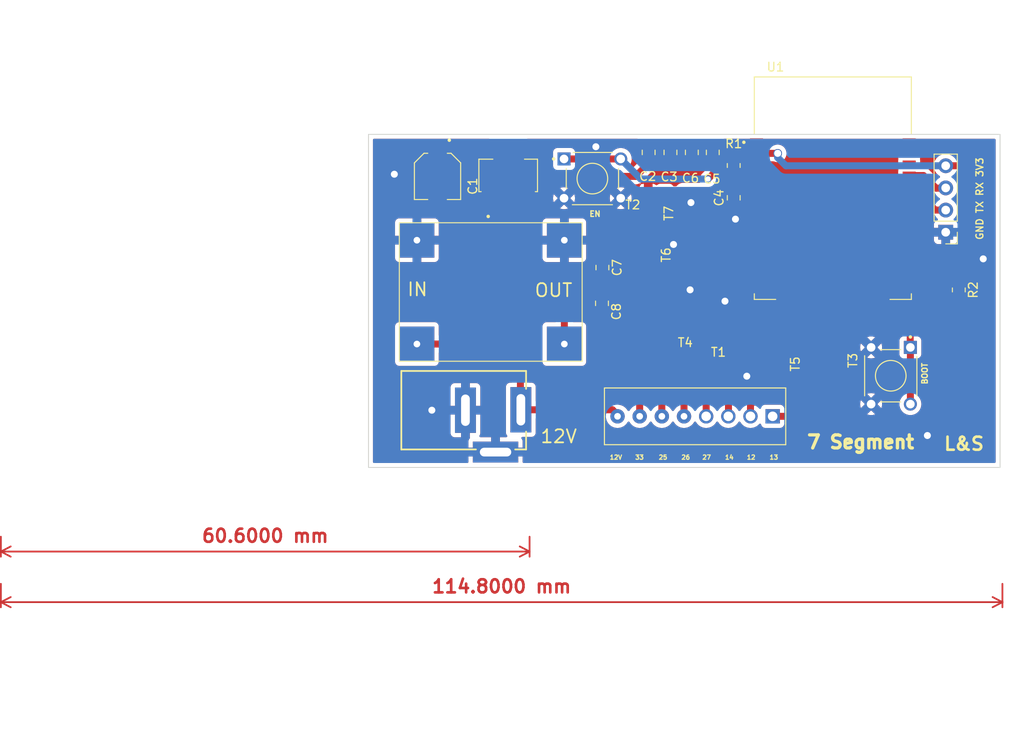
<source format=kicad_pcb>
(kicad_pcb (version 20211014) (generator pcbnew)
  (layers (0 "F.Cu" signal) (31 "B.Cu" signal) (34 "B.Paste" user) (35 "F.Paste" user) (36 "B.SilkS" user "B.Silkscreen") (37 "F.SilkS" user "F.Silkscreen") (38 "B.Mask" user) (39 "F.Mask" user) (44 "Edge.Cuts" user))
  (net 0 "")
  (net 1 "+3V3")
  (net 2 "GND")
  (net 3 "Net-(J3-Pad1)")
  (net 4 "Net-(J3-Pad2)")
  (net 5 "Net-(J3-Pad4)")
  (net 6 "Net-(J3-Pad5)")
  (net 7 "Net-(J3-Pad6)")
  (net 8 "Net-(J3-Pad7)")
  (net 9 "Net-(C7-Pad2)")
  (net 10 "Net-(J1-Pad2)")
  (net 11 "Net-(J1-Pad3)")
  (net 12 "Net-(J3-Pad3)")
  (net 13 "Net-(T1-Pad1)")
  (net 14 "Net-(T2-Pad1)")
  (net 15 "Net-(T3-Pad1)")
  (net 39 "Net-(T4-Pad1)")
  (net 40 "Net-(T5-Pad1)")
  (net 41 "Net-(T6-Pad1)")
  (net 42 "Net-(T7-Pad1)")
  (net 43 "Net-(C4-Pad2)")
  (net 44 "12V")
  (net 45 "Net-(R2-Pad2)")
  (footprint "libraries:SOT23" (layer "F.Cu") (at 150.4 108.8 -90)
    (fp_text reference "T5" (at 1.5 -2.65 90) (layer "F.SilkS") (effects (font (size 1.001118 1.001118))))
    (fp_text value "NTR4503")
    (pad "1" smd rect locked (at -0.95 1.1 270) (size 1 1.4) (layers "F.Cu" "F.Paste" "F.Mask") (net 40 "Net-(T5-Pad1)"))
    (pad "2" smd rect locked (at 0.95 1.1 270) (size 1 1.4) (layers "F.Cu" "F.Paste" "F.Mask") (net 2 "GND"))
    (pad "3" smd rect locked (at 0 -1.1 270) (size 1 1.4) (layers "F.Cu" "F.Paste" "F.Mask") (net 4 "Net-(J3-Pad2)"))
  )
  (footprint "Capacitor_SMD:C_0805_2012Metric" (layer "F.Cu") (at 141.2 86.05 90)
    (fp_text reference "C6" (at -2.95 -0.15 180) (layer "F.SilkS"))
    (fp_text value "4.7u")
    (fp_line (start -0.261252 -0.735) (end 0.261252 -0.735) (layer "F.SilkS") (width 0.12))
    (fp_line (start -0.261252 0.735) (end 0.261252 0.735) (layer "F.SilkS") (width 0.12))
    (pad "1" smd roundrect (at -0.95 0 90) (size 1 1.45) (layers "F.Cu" "F.Paste" "F.Mask") (net 1 "+3V3"))
    (pad "2" smd roundrect (at 0.95 0 90) (size 1 1.45) (layers "F.Cu" "F.Paste" "F.Mask") (net 2 "GND"))
  )
  (footprint "libraries:TE_1546215-8" (layer "F.Cu") (at 141.6 116.3 180)
    (fp_text reference "J3")
    (fp_text value "R pinnen RGB strips")
    (fp_line (start -10.362 -3.25) (end 10.418 -3.25) (layer "F.SilkS") (width 0.127))
    (fp_line (start -10.362 3.25) (end -10.362 -3.25) (layer "F.SilkS") (width 0.127))
    (fp_line (start 10.418 -3.25) (end 10.418 3.25) (layer "F.SilkS") (width 0.127))
    (fp_line (start 10.418 3.25) (end -10.362 3.25) (layer "F.SilkS") (width 0.127))
    (pad "1" thru_hole rect (at -8.862 0 180) (size 1.65 1.65) (drill 1.1) (layers *.Cu *.Mask) (net 3 "Net-(J3-Pad1)"))
    (pad "2" thru_hole circle (at -6.322 0 180) (size 1.65 1.65) (drill 1.1) (layers *.Cu *.Mask) (net 4 "Net-(J3-Pad2)"))
    (pad "3" thru_hole circle (at -3.782 0 180) (size 1.65 1.65) (drill 1.1) (layers *.Cu *.Mask) (net 12 "Net-(J3-Pad3)"))
    (pad "4" thru_hole circle (at -1.242 0 180) (size 1.65 1.65) (drill 1.1) (layers *.Cu *.Mask) (net 5 "Net-(J3-Pad4)"))
    (pad "5" thru_hole circle (at 1.298 0 180) (size 1.65 1.65) (drill 0.762) (layers *.Cu *.Mask) (net 6 "Net-(J3-Pad5)"))
    (pad "6" thru_hole circle (at 3.838 0 180) (size 1.65 1.65) (drill 0.762) (layers *.Cu *.Mask) (net 7 "Net-(J3-Pad6)"))
    (pad "7" thru_hole circle (at 6.378 0 180) (size 1.65 1.65) (drill 0.762) (layers *.Cu *.Mask) (net 8 "Net-(J3-Pad7)"))
    (pad "8" thru_hole circle (at 8.918 0 180) (size 1.65 1.65) (drill 0.762) (layers *.Cu *.Mask) (net 44 "12V"))
  )
  (footprint "Capacitor_SMD:C_0805_2012Metric" (layer "F.Cu") (at 136.25 86.05 90)
    (fp_text reference "C2" (at -2.75 -0.1 180) (layer "F.SilkS"))
    (fp_text value "22u")
    (fp_line (start -0.261252 -0.735) (end 0.261252 -0.735) (layer "F.SilkS") (width 0.12))
    (fp_line (start -0.261252 0.735) (end 0.261252 0.735) (layer "F.SilkS") (width 0.12))
    (pad "1" smd roundrect (at -0.95 0 90) (size 1 1.45) (layers "F.Cu" "F.Paste" "F.Mask") (net 1 "+3V3"))
    (pad "2" smd roundrect (at 0.95 0 90) (size 1 1.45) (layers "F.Cu" "F.Paste" "F.Mask") (net 2 "GND"))
  )
  (footprint "Capacitor_SMD:C_0805_2012Metric" (layer "F.Cu") (at 130.9 103.35 -90)
    (fp_text reference "C8" (at 0.95 -1.65 90) (layer "F.SilkS"))
    (fp_text value "4.7u")
    (fp_line (start -0.261252 -0.735) (end 0.261252 -0.735) (layer "F.SilkS") (width 0.12))
    (fp_line (start -0.261252 0.735) (end 0.261252 0.735) (layer "F.SilkS") (width 0.12))
    (pad "1" smd roundrect (at -0.95 0 270) (size 1 1.45) (layers "F.Cu" "F.Paste" "F.Mask") (net 9 "Net-(C7-Pad2)"))
    (pad "2" smd roundrect (at 0.95 0 270) (size 1 1.45) (layers "F.Cu" "F.Paste" "F.Mask") (net 2 "GND"))
  )
  (footprint "Connector_PinHeader_2.54mm:PinHeader_1x04_P2.54mm_Vertical" (layer "F.Cu") (at 170.3 95.2 180)
    (fp_text reference "J1")
    (fp_text value "Conn_01x04_Female")
    (fp_line (start -1.33 8.95) (end 1.33 8.95) (layer "F.SilkS") (width 0.12))
    (fp_line (start -1.33 1.27) (end -1.33 8.95) (layer "F.SilkS") (width 0.12))
    (fp_line (start -1.33 1.27) (end 1.33 1.27) (layer "F.SilkS") (width 0.12))
    (fp_line (start 1.33 1.27) (end 1.33 8.95) (layer "F.SilkS") (width 0.12))
    (fp_line (start -1.33 0) (end -1.33 -1.33) (layer "F.SilkS") (width 0.12))
    (fp_line (start -1.33 -1.33) (end 0 -1.33) (layer "F.SilkS") (width 0.12))
    (pad "1" thru_hole rect (at 0 0 180) (size 1.7 1.7) (drill 1) (layers *.Cu *.Mask) (net 2 "GND"))
    (pad "2" thru_hole oval (at 0 2.54 180) (size 1.7 1.7) (drill 1) (layers *.Cu *.Mask) (net 10 "Net-(J1-Pad2)"))
    (pad "3" thru_hole oval (at 0 5.08 180) (size 1.7 1.7) (drill 1) (layers *.Cu *.Mask) (net 11 "Net-(J1-Pad3)"))
    (pad "4" thru_hole oval (at 0 7.62 180) (size 1.7 1.7) (drill 1) (layers *.Cu *.Mask) (net 1 "+3V3"))
  )
  (footprint "libraries:SOT23" (layer "F.Cu") (at 141.9 105.4 180)
    (fp_text reference "T4" (at 1.45 -2.45) (layer "F.SilkS") (effects (font (size 1.001118 1.001118))))
    (fp_text value "NTR4503")
    (pad "1" smd rect locked (at -0.95 1.1 180) (size 1 1.4) (layers "F.Cu" "F.Paste" "F.Mask") (net 39 "Net-(T4-Pad1)"))
    (pad "2" smd rect locked (at 0.95 1.1 180) (size 1 1.4) (layers "F.Cu" "F.Paste" "F.Mask") (net 2 "GND"))
    (pad "3" smd rect locked (at 0 -1.1 180) (size 1 1.4) (layers "F.Cu" "F.Paste" "F.Mask") (net 5 "Net-(J3-Pad4)"))
  )
  (footprint "libraries:SOT23" (layer "F.Cu") (at 137.15 91.95 180)
    (fp_text reference "T2" (at 2.718 -0.1104) (layer "F.SilkS") (effects (font (size 1.001118 1.001118))))
    (fp_text value "NTR4503")
    (pad "1" smd rect locked (at -0.95 1.1 180) (size 1 1.4) (layers "F.Cu" "F.Paste" "F.Mask") (net 14 "Net-(T2-Pad1)"))
    (pad "2" smd rect locked (at 0.95 1.1 180) (size 1 1.4) (layers "F.Cu" "F.Paste" "F.Mask") (net 2 "GND"))
    (pad "3" smd rect locked (at 0 -1.1 180) (size 1 1.4) (layers "F.Cu" "F.Paste" "F.Mask") (net 8 "Net-(J3-Pad7)"))
  )
  (footprint "libraries:Buck Converter" (layer "F.Cu") (at 118.0865 102.1135 180)
    (fp_text reference "PS1")
    (fp_text value "ITX0512SA")
    (fp_rect (start -10.541 -7.874) (end 10.414 8.001) (layer "F.SilkS") (width 0.12) (fill none))
    (pad "1a" thru_hole rect (at 8.4 -5.9 180) (size 4 4) (drill 0.762) (layers *.Cu *.Mask) (net 44 "12V"))
    (pad "2a" thru_hole rect (at 8.4 6 180) (size 4 4) (drill 0.762) (layers *.Cu *.Mask) (net 2 "GND"))
    (pad "3a" thru_hole rect (at -8.5 -5.9 180) (size 4 4) (drill 0.762) (layers *.Cu *.Mask) (net 9 "Net-(C7-Pad2)"))
    (pad "4a" thru_hole rect (at -8.5 6 180) (size 4 4) (drill 0.762) (layers *.Cu *.Mask) (net 2 "GND"))
  )
  (footprint "libraries:SOT23" (layer "F.Cu") (at 156.9 108 -90)
    (fp_text reference "T3" (at 1.9 -2.75 -270) (layer "F.SilkS") (effects (font (size 1.001118 1.001118))))
    (fp_text value "NTR4503")
    (pad "1" smd rect locked (at -0.95 1.1 270) (size 1 1.4) (layers "F.Cu" "F.Paste" "F.Mask") (net 15 "Net-(T3-Pad1)"))
    (pad "2" smd rect locked (at 0.95 1.1 270) (size 1 1.4) (layers "F.Cu" "F.Paste" "F.Mask") (net 2 "GND"))
    (pad "3" smd rect locked (at 0 -1.1 270) (size 1 1.4) (layers "F.Cu" "F.Paste" "F.Mask") (net 3 "Net-(J3-Pad1)"))
  )
  (footprint "libraries:CAP_EEE0JA101WR" (layer "F.Cu") (at 112.05 88.8 -90)
    (fp_text reference "C1" (at 1.125 -4.035 90) (layer "F.SilkS"))
    (fp_text value "220u")
    (fp_line (start -2.65 1.55) (end -1.55 2.65) (layer "F.SilkS") (width 0.127))
    (fp_line (start -1.55 2.65) (end 2.65 2.65) (layer "F.SilkS") (width 0.127))
    (fp_line (start 2.65 2.65) (end 2.65 1.12) (layer "F.SilkS") (width 0.127))
    (fp_line (start 2.65 -2.65) (end -1.55 -2.65) (layer "F.SilkS") (width 0.127))
    (fp_line (start -2.65 1.12) (end -2.65 1.55) (layer "F.SilkS") (width 0.127))
    (fp_line (start -1.55 -2.65) (end -2.65 -1.55) (layer "F.SilkS") (width 0.127))
    (fp_line (start -2.65 -1.55) (end -2.65 -1.12) (layer "F.SilkS") (width 0.127))
    (fp_line (start 2.65 -1.12) (end 2.65 -2.65) (layer "F.SilkS") (width 0.127))
    (fp_circle (center -4.15 -1.35) (end -4.05 -1.35) (layer "F.SilkS") (width 0.2) (fill none))
    (pad "1" smd rect locked (at -2.15 0 270) (size 2.8 1.6) (layers "F.Cu" "F.Paste" "F.Mask") (net 1 "+3V3"))
    (pad "2" smd rect locked (at 2.15 0 270) (size 2.8 1.6) (layers "F.Cu" "F.Paste" "F.Mask") (net 2 "GND"))
  )
  (footprint "Resistor_SMD:R_0805_2012Metric" (layer "F.Cu") (at 146 87.55 -90)
    (fp_text reference "R1" (at -2.5 0 180) (layer "F.SilkS"))
    (fp_text value "10k")
    (fp_line (start -0.227064 -0.735) (end 0.227064 -0.735) (layer "F.SilkS") (width 0.12))
    (fp_line (start -0.227064 0.735) (end 0.227064 0.735) (layer "F.SilkS") (width 0.12))
    (pad "1" smd roundrect (at -0.9125 0 270) (size 1.025 1.4) (layers "F.Cu" "F.Paste" "F.Mask") (roundrect_rratio 0.243902439) (net 1 "+3V3"))
    (pad "2" smd roundrect (at 0.9125 0 270) (size 1.025 1.4) (layers "F.Cu" "F.Paste" "F.Mask") (roundrect_rratio 0.243902439) (net 43 "Net-(C4-Pad2)"))
  )
  (footprint "libraries:SOT23" (layer "F.Cu") (at 145.8 106.5 180)
    (fp_text reference "T1" (at 1.55 -2.45) (layer "F.SilkS") (effects (font (size 1.001118 1.001118))))
    (fp_text value "NTR4503")
    (pad "1" smd rect locked (at -0.95 1.1 180) (size 1 1.4) (layers "F.Cu" "F.Paste" "F.Mask") (net 13 "Net-(T1-Pad1)"))
    (pad "2" smd rect locked (at 0.95 1.1 180) (size 1 1.4) (layers "F.Cu" "F.Paste" "F.Mask") (net 2 "GND"))
    (pad "3" smd rect locked (at 0 -1.1 180) (size 1 1.4) (layers "F.Cu" "F.Paste" "F.Mask") (net 12 "Net-(J3-Pad3)"))
  )
  (footprint "Capacitor_SMD:C_0805_2012Metric" (layer "F.Cu") (at 130.95 99.25 -90)
    (fp_text reference "C7" (at 0 -1.68 90) (layer "F.SilkS"))
    (fp_text value "0.1u")
    (fp_line (start -0.261252 -0.735) (end 0.261252 -0.735) (layer "F.SilkS") (width 0.12))
    (fp_line (start -0.261252 0.735) (end 0.261252 0.735) (layer "F.SilkS") (width 0.12))
    (pad "1" smd roundrect (at -0.95 0 270) (size 1 1.45) (layers "F.Cu" "F.Paste" "F.Mask") (net 2 "GND"))
    (pad "2" smd roundrect (at 0.95 0 270) (size 1 1.45) (layers "F.Cu" "F.Paste" "F.Mask") (net 9 "Net-(C7-Pad2)"))
  )
  (footprint "libraries:SOT229P700X180-4N" (layer "F.Cu") (at 120.15 88.686 90)
    (fp_text reference "U2")
    (fp_text value "AMS1117")
    (fp_line (start -1.86 -3.36) (end -1.86 -3.1) (layer "F.SilkS") (width 0.127))
    (fp_line (start -1.86 3.36) (end 1.86 3.36) (layer "F.SilkS") (width 0.127))
    (fp_line (start 1.86 -1.76) (end 1.86 -3.36) (layer "F.SilkS") (width 0.127))
    (fp_line (start -1.86 -3.36) (end 1.86 -3.36) (layer "F.SilkS") (width 0.127))
    (fp_line (start -1.86 3.11) (end -1.86 3.36) (layer "F.SilkS") (width 0.127))
    (fp_line (start 1.86 3.36) (end 1.86 1.87) (layer "F.SilkS") (width 0.127))
    (fp_circle (center -4.703 -2.29) (end -4.603 -2.29) (layer "F.SilkS") (width 0.2) (fill none))
    (pad "1" smd roundrect locked (at -3.345 -2.29) (size 0.93 1.31) (layers "F.Cu" "F.Paste" "F.Mask") (roundrect_rratio 0.1) (net 2 "GND"))
    (pad "2" smd roundrect locked (at -3.345 0) (size 0.93 1.31) (layers "F.Cu" "F.Paste" "F.Mask") (roundrect_rratio 0.1) (net 1 "+3V3"))
    (pad "3" smd roundrect locked (at -3.345 2.29) (size 0.93 1.31) (layers "F.Cu" "F.Paste" "F.Mask") (roundrect_rratio 0.1) (net 9 "Net-(C7-Pad2)"))
    (pad "4" smd roundrect locked (at 3.345 0) (size 3.24 1.31) (layers "F.Cu" "F.Paste" "F.Mask") (roundrect_rratio 0.1) (net 1 "+3V3"))
  )
  (footprint "libraries:SOT23" (layer "F.Cu") (at 141.1 94.3 90)
    (fp_text reference "T7" (at 1.27142 -2.54284 90) (layer "F.SilkS") (effects (font (size 1.001118 1.001118))))
    (fp_text value "NTR4503")
    (pad "1" smd rect locked (at -0.95 1.1 90) (size 1 1.4) (layers "F.Cu" "F.Paste" "F.Mask") (net 42 "Net-(T7-Pad1)"))
    (pad "2" smd rect locked (at 0.95 1.1 90) (size 1 1.4) (layers "F.Cu" "F.Paste" "F.Mask") (net 2 "GND"))
    (pad "3" smd rect locked (at 0 -1.1 90) (size 1 1.4) (layers "F.Cu" "F.Paste" "F.Mask") (net 7 "Net-(J3-Pad6)"))
  )
  (footprint "Resistor_SMD:R_0805_2012Metric" (layer "F.Cu") (at 171.8 101.8125 -90)
    (fp_text reference "R2" (at 0 -1.65 90) (layer "F.SilkS"))
    (fp_text value "10k")
    (fp_line (start -0.227064 -0.735) (end 0.227064 -0.735) (layer "F.SilkS") (width 0.12))
    (fp_line (start -0.227064 0.735) (end 0.227064 0.735) (layer "F.SilkS") (width 0.12))
    (pad "1" smd roundrect (at -0.9125 0 270) (size 1.025 1.4) (layers "F.Cu" "F.Paste" "F.Mask") (roundrect_rratio 0.243902439) (net 1 "+3V3"))
    (pad "2" smd roundrect (at 0.9125 0 270) (size 1.025 1.4) (layers "F.Cu" "F.Paste" "F.Mask") (roundrect_rratio 0.243902439) (net 45 "Net-(R2-Pad2)"))
  )
  (footprint "Capacitor_SMD:C_0805_2012Metric" (layer "F.Cu") (at 146 91.25 90)
    (fp_text reference "C4" (at 0 -1.68 90) (layer "F.SilkS"))
    (fp_text value "1u")
    (fp_line (start -0.261252 -0.735) (end 0.261252 -0.735) (layer "F.SilkS") (width 0.12))
    (fp_line (start -0.261252 0.735) (end 0.261252 0.735) (layer "F.SilkS") (width 0.12))
    (pad "1" smd roundrect (at -0.95 0 90) (size 1 1.45) (layers "F.Cu" "F.Paste" "F.Mask") (net 2 "GND"))
    (pad "2" smd roundrect (at 0.95 0 90) (size 1 1.45) (layers "F.Cu" "F.Paste" "F.Mask") (net 43 "Net-(C4-Pad2)"))
  )
  (footprint "libraries:GCT_DCJ200-10-A-XX-X_REVA" (layer "F.Cu") (at 115.05 115.6 -90)
    (fp_text reference "J2")
    (fp_text value "DCJ200-10-A-XX-X_REVA")
    (fp_line (start -4.5 7.15) (end 4.5 7.15) (layer "F.SilkS") (width 0.2))
    (fp_line (start -4.5 -7.15) (end -4.5 7.15) (layer "F.SilkS") (width 0.2))
    (fp_line (start 4.5 -7.15) (end 4.5 -5.9) (layer "F.SilkS") (width 0.2))
    (fp_line (start 4.5 7.15) (end 4.5 -1.4) (layer "F.SilkS") (width 0.2))
    (fp_line (start 2.45 -7.15) (end 4.5 -7.15) (layer "F.SilkS") (width 0.2))
    (fp_line (start -2.45 -7.15) (end -4.5 -7.15) (layer "F.SilkS") (width 0.2))
    (pad "1" thru_hole rect (at -0.05 -6.55 270) (size 5.2 2.4) (drill oval 3.6 1) (layers *.Cu *.Mask) (net 44 "12V"))
    (pad "2" thru_hole rect (at 0 -0.2 270) (size 5.2 2.4) (drill oval 3.6 1) (layers *.Cu *.Mask) (net 2 "GND"))
    (pad "3" thru_hole rect (at 4.8 -3.65) (size 5.2 2.4) (drill oval 3.6 1) (layers *.Cu *.Mask) (net 2 "GND"))
  )
  (footprint "Capacitor_SMD:C_0805_2012Metric" (layer "F.Cu") (at 138.75 86.05 90)
    (fp_text reference "C3" (at -2.8 -0.15 180) (layer "F.SilkS"))
    (fp_text value "0.1u")
    (fp_line (start -0.261252 0.735) (end 0.261252 0.735) (layer "F.SilkS") (width 0.12))
    (fp_line (start -0.261252 -0.735) (end 0.261252 -0.735) (layer "F.SilkS") (width 0.12))
    (pad "1" smd roundrect (at -0.95 0 90) (size 1 1.45) (layers "F.Cu" "F.Paste" "F.Mask") (net 1 "+3V3"))
    (pad "2" smd roundrect (at 0.95 0 90) (size 1 1.45) (layers "F.Cu" "F.Paste" "F.Mask") (net 2 "GND"))
  )
  (footprint "libraries:SW_1825910-6-4" (layer "F.Cu") (at 164 111.65 -90)
    (fp_text reference "BOOT" (at -0.25 -3.9 90) (layer "F.SilkS") (effects (font (size 0.630643 0.630643))))
    (fp_text value "BOOT")
    (fp_line (start 2.3 2.995) (end -2.3 2.995) (layer "F.SilkS") (width 0.127))
    (fp_line (start 3 -1.15) (end 3 1.15) (layer "F.SilkS") (width 0.127))
    (fp_line (start -2.995 -1.15) (end -2.995 1.15) (layer "F.SilkS") (width 0.127))
    (fp_line (start -2.2 -2.995) (end 2.3 -2.995) (layer "F.SilkS") (width 0.127))
    (fp_circle (center 0 0) (end 1.755 0) (layer "F.SilkS") (width 0.127) (fill none))
    (fp_circle (center -4.445 -2.25) (end -4.345 -2.25) (layer "F.SilkS") (width 0.2) (fill none))
    (pad "1" thru_hole rect locked (at -3.25 -2.25 270) (size 1.498 1.498) (drill 0.99) (layers *.Cu *.Mask) (net 45 "Net-(R2-Pad2)"))
    (pad "2" thru_hole circle locked (at 3.25 -2.25 270) (size 1.498 1.498) (drill 0.99) (layers *.Cu *.Mask) (net 45 "Net-(R2-Pad2)"))
    (pad "3" thru_hole circle locked (at -3.25 2.25 270) (size 1.498 1.498) (drill 0.99) (layers *.Cu *.Mask) (net 2 "GND"))
    (pad "4" thru_hole circle locked (at 3.25 2.25 270) (size 1.498 1.498) (drill 0.99) (layers *.Cu *.Mask) (net 2 "GND"))
  )
  (footprint "libraries:SOT23" (layer "F.Cu") (at 141 98.7 90)
    (fp_text reference "T6" (at 0.9 -2.75 90) (layer "F.SilkS") (effects (font (size 1.001118 1.001118))))
    (fp_text value "NTR4503")
    (pad "1" smd rect locked (at -0.95 1.1 90) (size 1 1.4) (layers "F.Cu" "F.Paste" "F.Mask") (net 41 "Net-(T6-Pad1)"))
    (pad "2" smd rect locked (at 0.95 1.1 90) (size 1 1.4) (layers "F.Cu" "F.Paste" "F.Mask") (net 2 "GND"))
    (pad "3" smd rect locked (at 0 -1.1 90) (size 1 1.4) (layers "F.Cu" "F.Paste" "F.Mask") (net 6 "Net-(J3-Pad5)"))
  )
  (footprint "Capacitor_SMD:C_0805_2012Metric" (layer "F.Cu") (at 143.6 86.05 90)
    (fp_text reference "C5" (at -3.05 -0.1) (layer "F.SilkS"))
    (fp_text value "0.1u")
    (fp_line (start -0.261252 0.735) (end 0.261252 0.735) (layer "F.SilkS") (width 0.12))
    (fp_line (start -0.261252 -0.735) (end 0.261252 -0.735) (layer "F.SilkS") (width 0.12))
    (pad "1" smd roundrect (at -0.95 0 90) (size 1 1.45) (layers "F.Cu" "F.Paste" "F.Mask") (net 1 "+3V3"))
    (pad "2" smd roundrect (at 0.95 0 90) (size 1 1.45) (layers "F.Cu" "F.Paste" "F.Mask") (net 2 "GND"))
  )
  (footprint "libraries:SW_1825910-6-4" (layer "F.Cu") (at 129.8 89.05)
    (fp_text reference "EN" (at 0.3 4.05) (layer "F.SilkS") (effects (font (size 0.630643 0.630643))))
    (fp_text value "ENABLE")
    (fp_line (start -2.995 -1.15) (end -2.995 1.15) (layer "F.SilkS") (width 0.127))
    (fp_line (start -2.2 -2.995) (end 2.3 -2.995) (layer "F.SilkS") (width 0.127))
    (fp_line (start 2.3 2.995) (end -2.3 2.995) (layer "F.SilkS") (width 0.127))
    (fp_line (start 3 -1.15) (end 3 1.15) (layer "F.SilkS") (width 0.127))
    (fp_circle (center 0 0) (end 1.755 0) (layer "F.SilkS") (width 0.127) (fill none))
    (fp_circle (center -4.445 -2.25) (end -4.345 -2.25) (layer "F.SilkS") (width 0.2) (fill none))
    (pad "1" thru_hole rect locked (at -3.25 -2.25) (size 1.498 1.498) (drill 0.99) (layers *.Cu *.Mask) (net 43 "Net-(C4-Pad2)"))
    (pad "2" thru_hole circle locked (at 3.25 -2.25) (size 1.498 1.498) (drill 0.99) (layers *.Cu *.Mask) (net 43 "Net-(C4-Pad2)"))
    (pad "3" thru_hole circle locked (at -3.25 2.25) (size 1.498 1.498) (drill 0.99) (layers *.Cu *.Mask) (net 2 "GND"))
    (pad "4" thru_hole circle locked (at 3.25 2.25) (size 1.498 1.498) (drill 0.99) (layers *.Cu *.Mask) (net 2 "GND"))
  )
  (footprint "libraries:XCVR_ESP32-WROOM-32E_(16MB)" (layer "F.Cu") (at 157.3625 90.15)
    (fp_text reference "U1" (at -6.575 -13.885) (layer "F.SilkS"))
    (fp_text value "ESP32-WROOM-32E_(16MB)")
    (fp_line (start -9 -6.25) (end -9 -12.75) (layer "F.SilkS") (width 0.127))
    (fp_line (start 6.55 12.75) (end 9 12.75) (layer "F.SilkS") (width 0.127))
    (fp_line (start -9 -12.75) (end 9 -12.75) (layer "F.SilkS") (width 0.127))
    (fp_line (start -9 12.1) (end -9 12.75) (layer "F.SilkS") (width 0.127))
    (fp_line (start 9 -12.75) (end 9 -6.25) (layer "F.SilkS") (width 0.127))
    (fp_line (start 9 12.75) (end 9 12.1) (layer "F.SilkS") (width 0.127))
    (fp_line (start -9 12.75) (end -6.55 12.75) (layer "F.SilkS") (width 0.127))
    (fp_circle (center -10.2 -5.26) (end -10.1 -5.26) (layer "F.SilkS") (width 0.2) (fill none))
    (pad "1" smd rect (at -8.75 -5.26) (size 1.5 0.9) (layers "F.Cu" "F.Paste" "F.Mask") (net 2 "GND"))
    (pad "2" smd rect (at -8.75 -3.99) (size 1.5 0.9) (layers "F.Cu" "F.Paste" "F.Mask") (net 1 "+3V3"))
    (pad "3" smd rect (at -8.75 -2.72) (size 1.5 0.9) (layers "F.Cu" "F.Paste" "F.Mask") (net 43 "Net-(C4-Pad2)"))
    (pad "4" smd rect (at -8.75 -1.45) (size 1.5 0.9) (layers "F.Cu" "F.Paste" "F.Mask"))
    (pad "5" smd rect (at -8.75 -0.18) (size 1.5 0.9) (layers "F.Cu" "F.Paste" "F.Mask"))
    (pad "6" smd rect (at -8.75 1.09) (size 1.5 0.9) (layers "F.Cu" "F.Paste" "F.Mask"))
    (pad "7" smd rect (at -8.75 2.36) (size 1.5 0.9) (layers "F.Cu" "F.Paste" "F.Mask"))
    (pad "8" smd rect (at -8.75 3.63) (size 1.5 0.9) (layers "F.Cu" "F.Paste" "F.Mask"))
    (pad "9" smd rect (at -8.75 4.9) (size 1.5 0.9) (layers "F.Cu" "F.Paste" "F.Mask") (net 14 "Net-(T2-Pad1)"))
    (pad "10" smd rect (at -8.75 6.17) (size 1.5 0.9) (layers "F.Cu" "F.Paste" "F.Mask") (net 42 "Net-(T7-Pad1)"))
    (pad "11" smd rect (at -8.75 7.44) (size 1.5 0.9) (layers "F.Cu" "F.Paste" "F.Mask") (net 41 "Net-(T6-Pad1)"))
    (pad "12" smd rect (at -8.75 8.71) (size 1.5 0.9) (layers "F.Cu" "F.Paste" "F.Mask") (net 39 "Net-(T4-Pad1)"))
    (pad "13" smd rect (at -8.75 9.98) (size 1.5 0.9) (layers "F.Cu" "F.Paste" "F.Mask") (net 13 "Net-(T1-Pad1)"))
    (pad "14" smd rect (at -8.75 11.25) (size 1.5 0.9) (layers "F.Cu" "F.Paste" "F.Mask") (net 40 "Net-(T5-Pad1)"))
    (pad "15" smd rect (at -5.715 12.5) (size 0.9 1.5) (layers "F.Cu" "F.Paste" "F.Mask") (net 2 "GND"))
    (pad "16" smd rect (at -4.445 12.5) (size 0.9 1.5) (layers "F.Cu" "F.Paste" "F.Mask") (net 15 "Net-(T3-Pad1)"))
    (pad "17" smd rect (at -3.175 12.5) (size 0.9 1.5) (layers "F.Cu" "F.Paste" "F.Mask"))
    (pad "18" smd rect (at -1.905 12.5) (size 0.9 1.5) (layers "F.Cu" "F.Paste" "F.Mask"))
    (pad "19" smd rect (at -0.635 12.5) (size 0.9 1.5) (layers "F.Cu" "F.Paste" "F.Mask"))
    (pad "20" smd rect (at 0.635 12.5) (size 0.9 1.5) (layers "F.Cu" "F.Paste" "F.Mask"))
    (pad "21" smd rect (at 1.905 12.5) (size 0.9 1.5) (layers "F.Cu" "F.Paste" "F.Mask"))
    (pad "22" smd rect (at 3.175 12.5) (size 0.9 1.5) (layers "F.Cu" "F.Paste" "F.Mask"))
    (pad "23" smd rect (at 4.445 12.5) (size 0.9 1.5) (layers "F.Cu" "F.Paste" "F.Mask"))
    (pad "24" smd rect (at 5.715 12.5) (size 0.9 1.5) (layers "F.Cu" "F.Paste" "F.Mask"))
    (pad "25" smd rect (at 8.75 11.25) (size 1.5 0.9) (layers "F.Cu" "F.Paste" "F.Mask") (net 45 "Net-(R2-Pad2)"))
    (pad "26" smd rect (at 8.75 9.98) (size 1.5 0.9) (layers "F.Cu" "F.Paste" "F.Mask"))
    (pad "27" smd rect (at 8.75 8.71) (size 1.5 0.9) (layers "F.Cu" "F.Paste" "F.Mask"))
    (pad "28" smd rect (at 8.75 7.44) (size 1.5 0.9) (layers "F.Cu" "F.Paste" "F.Mask"))
    (pad "29" smd rect (at 8.75 6.17) (size 1.5 0.9) (layers "F.Cu" "F.Paste" "F.Mask"))
    (pad "30" smd rect (at 8.75 4.9) (size 1.5 0.9) (layers "F.Cu" "F.Paste" "F.Mask"))
    (pad "31" smd rect (at 8.75 3.63) (size 1.5 0.9) (layers "F.Cu" "F.Paste" "F.Mask"))
    (pad "32" smd rect (at 8.75 2.36) (size 1.5 0.9) (layers "F.Cu" "F.Paste" "F.Mask"))
    (pad "33" smd rect (at 8.75 1.09) (size 1.5 0.9) (layers "F.Cu" "F.Paste" "F.Mask"))
    (pad "34" smd rect (at 8.75 -0.18) (size 1.5 0.9) (layers "F.Cu" "F.Paste" "F.Mask") (net 10 "Net-(J1-Pad2)"))
    (pad "35" smd rect (at 8.75 -1.45) (size 1.5 0.9) (layers "F.Cu" "F.Paste" "F.Mask") (net 11 "Net-(J1-Pad3)"))
    (pad "36" smd rect (at 8.75 -2.72) (size 1.5 0.9) (layers "F.Cu" "F.Paste" "F.Mask"))
    (pad "37" smd rect (at 8.75 -3.99) (size 1.5 0.9) (layers "F.Cu" "F.Paste" "F.Mask"))
    (pad "38" smd rect (at 8.75 -5.26) (size 1.5 0.9) (layers "F.Cu" "F.Paste" "F.Mask") (net 2 "GND"))
    (pad "39_1" smd rect (at -2.9 1.06) (size 0.9 0.9) (layers "F.Cu" "F.Paste" "F.Mask") (net 2 "GND"))
    (pad "39_2" smd rect (at -1.5 1.06) (size 0.9 0.9) (layers "F.Cu" "F.Paste" "F.Mask") (net 2 "GND"))
    (pad "39_3" smd rect (at -0.1 1.06) (size 0.9 0.9) (layers "F.Cu" "F.Paste" "F.Mask") (net 2 "GND"))
    (pad "39_4" smd rect (at -2.9 2.46) (size 0.9 0.9) (layers "F.Cu" "F.Paste" "F.Mask") (net 2 "GND"))
    (pad "39_5" smd rect (at -1.5 2.46) (size 0.9 0.9) (layers "F.Cu" "F.Paste" "F.Mask") (net 2 "GND"))
    (pad "39_6" smd rect (at -0.1 2.46) (size 0.9 0.9) (layers "F.Cu" "F.Paste" "F.Mask") (net 2 "GND"))
    (pad "39_7" smd rect (at -2.9 3.86) (size 0.9 0.9) (layers "F.Cu" "F.Paste" "F.Mask") (net 2 "GND"))
    (pad "39_8" smd rect (at -1.5 3.86) (size 0.9 0.9) (layers "F.Cu" "F.Paste" "F.Mask") (net 2 "GND"))
    (pad "39_9" smd rect (at -0.1 3.86) (size 0.9 0.9) (layers "F.Cu" "F.Paste" "F.Mask") (net 2 "GND"))
    (zone (net 0) (net_name "") (layer "F.Cu") (connect_pads (clearance 0)) (min_thickness 0.01)
      (keepout (tracks not_allowed) (vias not_allowed) (pads not_allowed) (copperpour not_allowed) (footprints allowed))
      (fill (thermal_gap 0.508) (thermal_bridge_width 0.508))
      (polygon (pts (xy 148.3625 77.4) (xy 166.3625 77.4) (xy 166.3625 83.59) (xy 148.3625 83.59)))
    )
  )
  (gr_rect (start 104.14 83.98) (end 176.53 122.16) (layer "Edge.Cuts") (width 0.1) (fill none))
  (gr_text "OUT" (at 125.35 101.85) (layer "F.SilkS") (effects (font (size 1.5 1.5) (thickness 0.2))))
  (gr_text "25" (at 137.9 121) (layer "F.SilkS") (effects (font (size 0.5 0.5) (thickness 0.125))))
  (gr_text "13" (at 150.6 121) (layer "F.SilkS") (effects (font (size 0.5 0.5) (thickness 0.125))))
  (gr_text "33" (at 135.2 121) (layer "F.SilkS") (effects (font (size 0.5 0.5) (thickness 0.125))))
  (gr_text "7 Segment" (at 160.55 119.25) (layer "F.SilkS") (effects (font (size 1.5 1.5) (thickness 0.375))))
  (gr_text "L&S\n" (at 172.4 119.45) (layer "F.SilkS") (effects (font (size 1.5 1.5) (thickness 0.3))))
  (gr_text "27" (at 142.9 121) (layer "F.SilkS") (effects (font (size 0.5 0.5) (thickness 0.125))))
  (gr_text "GND TX RX 3V3" (at 174.2 91.35 90) (layer "F.SilkS") (effects (font (size 0.8 0.8))))
  (gr_text "26" (at 140.5 121) (layer "F.SilkS") (effects (font (size 0.5 0.5) (thickness 0.125))))
  (gr_text "IN" (at 109.75 101.75) (layer "F.SilkS") (effects (font (size 1.5 1.5) (thickness 0.2))))
  (gr_text "12" (at 148 121) (layer "F.SilkS") (effects (font (size 0.5 0.5) (thickness 0.125))))
  (gr_text "12V" (at 125.95 118.6) (layer "F.SilkS") (effects (font (size 1.5 1.5) (thickness 0.2))))
  (gr_text "12V" (at 132.5 121) (layer "F.SilkS") (effects (font (size 0.5 0.5) (thickness 0.125))))
  (gr_text "14" (at 145.5 121) (layer "F.SilkS") (effects (font (size 0.5 0.5) (thickness 0.125))))
  (dimension (type aligned) (layer "F.Cu") (pts (xy 122.6 129.6) (xy 62 129.6)) (height -2.2) (gr_text "60,6000 mm" (at 92.3 130) (layer "F.Cu") (effects (font (size 1.5 1.5) (thickness 0.3)))) (format (units 3) (units_format 1) (precision 4)) (style (thickness 0.2) (arrow_length 1.27) (text_position_mode 0) (extension_height 0.58642) (extension_offset 0.5) keep_text_aligned))
  (dimension (type aligned) (layer "F.Cu") (pts (xy 62 135) (xy 176.8 135)) (height 2.6) (gr_text "114,8000 mm" (at 119.4 135.8) (layer "F.Cu") (effects (font (size 1.5 1.5) (thickness 0.3)))) (format (units 3) (units_format 1) (precision 4)) (style (thickness 0.2) (arrow_length 1.27) (text_position_mode 0) (extension_height 0.58642) (extension_offset 0.5) keep_text_aligned))
  (segment (start 120.15 92.031) (end 120.15 85.4) (width 0.8) (layer "F.Cu") (net 1))
  (segment (start 148.6125 86.16) (end 146.64 86.16) (width 0.8) (layer "F.Cu") (net 1))
  (segment (start 134.75 88.8) (end 136.3 87.25) (width 0.8) (layer "F.Cu") (net 1))
  (segment (start 172.6 87.58) (end 171.8 87.58) (width 0.8) (layer "F.Cu") (net 1))
  (segment (start 118.95 86.65) (end 120.15 85.45) (width 0.8) (layer "F.Cu") (net 1))
  (segment (start 120.15 85.4) (end 120.25 85.3) (width 0.8) (layer "F.Cu") (net 1))
  (segment (start 172.6 87.6) (end 172.58 87.58) (width 0.8) (layer "F.Cu") (net 1))
  (segment (start 121.091 85.341) (end 124.55 88.8) (width 0.8) (layer "F.Cu") (net 1))
  (segment (start 148.6125 86.16) (end 151.04 86.16) (width 0.8) (layer "F.Cu") (net 1))
  (segment (start 141.2 87) (end 143.45 87) (width 0.8) (layer "F.Cu") (net 1))
  (segment (start 146.64 86.16) (end 146.15 86.65) (width 0.8) (layer "F.Cu") (net 1))
  (segment (start 124.55 88.8) (end 134.75 88.8) (width 0.8) (layer "F.Cu") (net 1))
  (segment (start 171.8 87.58) (end 170.3 87.58) (width 0.8) (layer "F.Cu") (net 1))
  (segment (start 172.58 87.58) (end 171.8 87.58) (width 0.8) (layer "F.Cu") (net 1))
  (segment (start 136.25 87) (end 141.25 87) (width 0.8) (layer "F.Cu") (net 1))
  (segment (start 172.6 100.1) (end 172.6 87.6) (width 0.8) (layer "F.Cu") (net 1))
  (segment (start 112.05 86.65) (end 118.95 86.65) (width 0.8) (layer "F.Cu") (net 1))
  (segment (start 171.8 100.9) (end 172.6 100.1) (width 0.8) (layer "F.Cu") (net 1))
  (segment (start 143.6 87) (end 145.65 87) (width 0.8) (layer "F.Cu") (net 1))
  (segment (start 120.15 85.341) (end 121.091 85.341) (width 0.8) (layer "F.Cu") (net 1))
  (segment (start 145.65 87) (end 145.95 86.7) (width 0.8) (layer "F.Cu") (net 1))
  (via (at 151.04 86.16) (size 1) (drill 0.8) (layers "F.Cu" "B.Cu") (net 1))
  (segment (start 170.3 87.58) (end 151.98 87.58) (width 0.8) (layer "B.Cu") (net 1))
  (segment (start 151.98 87.58) (end 151.04 86.64) (width 0.8) (layer "B.Cu") (net 1))
  (segment (start 151.04 86.64) (end 151.04 86.16) (width 0.8) (layer "B.Cu") (net 1))
  (via (at 111.4 115.6) (size 1.5) (drill 0.8) (layers "F.Cu" "B.Cu") (net 2))
  (via (at 130.2 85.4) (size 1.5) (drill 0.8) (layers "F.Cu" "B.Cu") (net 2))
  (via (at 141.1 91.8) (size 1.5) (drill 0.8) (layers "F.Cu" "B.Cu") (net 2))
  (via (at 145 103.1) (size 1.5) (drill 0.8) (layers "F.Cu" "B.Cu") (net 2))
  (via (at 146.2 93.7) (size 1) (drill 0.8) (layers "F.Cu" "B.Cu") (net 2))
  (via (at 139.1 96.6) (size 1.5) (drill 0.8) (layers "F.Cu" "B.Cu") (net 2))
  (via (at 147.5 111.7) (size 1.5) (drill 0.8) (layers "F.Cu" "B.Cu") (net 2))
  (via (at 141 101.8) (size 1.5) (drill 0.8) (layers "F.Cu" "B.Cu") (net 2))
  (via (at 174.6 98.25) (size 1.5) (drill 0.8) (layers "F.Cu" "B.Cu") (net 2))
  (via (at 107.1 88.55) (size 1.5) (drill 0.8) (layers "F.Cu" "B.Cu") (net 2))
  (via (at 168.2 118.5) (size 1.5) (drill 0.8) (layers "F.Cu" "B.Cu") (net 2))
  (segment (start 152.1 116.3) (end 150.462 116.3) (width 0.8) (layer "F.Cu") (net 3))
  (segment (start 158 110.4) (end 152.1 116.3) (width 0.8) (layer "F.Cu") (net 3))
  (segment (start 158 108) (end 158 110.4) (width 0.8) (layer "F.Cu") (net 3))
  (segment (start 151.5 111.4) (end 147.922 114.978) (width 0.8) (layer "F.Cu") (net 4))
  (segment (start 151.5 108.8) (end 151.5 111.4) (width 0.8) (layer "F.Cu") (net 4))
  (segment (start 147.922 114.978) (end 147.922 116.3) (width 0.8) (layer "F.Cu") (net 4))
  (segment (start 142.842 111.742) (end 142.842 116.3) (width 0.8) (layer "F.Cu") (net 5))
  (segment (start 141.9 110.8) (end 142.842 111.742) (width 0.8) (layer "F.Cu") (net 5))
  (segment (start 141.9 106.5) (end 141.9 110.8) (width 0.8) (layer "F.Cu") (net 5))
  (segment (start 139.9 98.7) (end 139 99.6) (width 0.8) (layer "F.Cu") (net 6))
  (segment (start 139 111.7) (end 140.302 113.002) (width 0.8) (layer "F.Cu") (net 6))
  (segment (start 139 99.6) (end 139 111.7) (width 0.8) (layer "F.Cu") (net 6))
  (segment (start 140.302 113.002) (end 140.302 116.3) (width 0.8) (layer "F.Cu") (net 6))
  (segment (start 136.4 112.5) (end 137.762 113.862) (width 0.8) (layer "F.Cu") (net 7))
  (segment (start 137.762 113.862) (end 137.762 116.3) (width 0.8) (layer "F.Cu") (net 7))
  (segment (start 138.7 94.3) (end 136.4 96.6) (width 0.8) (layer "F.Cu") (net 7))
  (segment (start 136.4 96.6) (end 136.4 112.5) (width 0.8) (layer "F.Cu") (net 7))
  (segment (start 140 94.3) (end 138.7 94.3) (width 0.8) (layer "F.Cu") (net 7))
  (segment (start 137.15 93.05) (end 135.222 94.978) (width 0.8) (layer "F.Cu") (net 8))
  (segment (start 135.222 94.978) (end 135.222 116.3) (width 0.8) (layer "F.Cu") (net 8))
  (segment (start 122.44 99.767) (end 126.5865 103.9135) (width 0.8) (layer "F.Cu") (net 9))
  (segment (start 122.44 92.031) (end 122.44 99.767) (width 0.8) (layer "F.Cu") (net 9))
  (segment (start 130.95 100.2) (end 130.95 102.4) (width 0.8) (layer "F.Cu") (net 9))
  (segment (start 130.95 102.4) (end 130.75 102.6) (width 0.8) (layer "F.Cu") (net 9))
  (segment (start 128.2 102.3) (end 130.95 102.3) (width 0.8) (layer "F.Cu") (net 9))
  (segment (start 126.5865 103.9135) (end 128.2 102.3) (width 0.8) (layer "F.Cu") (net 9))
  (segment (start 126.5865 108.0135) (end 126.5865 103.9135) (width 0.8) (layer "F.Cu") (net 9))
  (segment (start 168.5 91.228478) (end 167.241522 89.97) (width 0.8) (layer "F.Cu") (net 10))
  (segment (start 167.241522 89.97) (end 166.1125 89.97) (width 0.8) (layer "F.Cu") (net 10))
  (segment (start 168.5 92.05) (end 168.5 91.228478) (width 0.8) (layer "F.Cu") (net 10))
  (segment (start 170.3 92.66) (end 169.11 92.66) (width 0.8) (layer "F.Cu") (net 10))
  (segment (start 169.11 92.66) (end 168.5 92.05) (width 0.8) (layer "F.Cu") (net 10))
  (segment (start 166.1125 88.7) (end 167.75 88.7) (width 0.8) (layer "F.Cu") (net 11))
  (segment (start 169.2 90.15) (end 170.4 90.15) (width 0.8) (layer "F.Cu") (net 11))
  (segment (start 170.3 90.12) (end 170.17 89.99) (width 0.8) (layer "F.Cu") (net 11))
  (segment (start 167.75 88.7) (end 169.2 90.15) (width 0.8) (layer "F.Cu") (net 11))
  (segment (start 145.4 116.282) (end 145.382 116.3) (width 0.8) (layer "F.Cu") (net 12))
  (segment (start 145.4 108) (end 145.4 116.282) (width 0.8) (layer "F.Cu") (net 12))
  (segment (start 145.8 107.6) (end 145.4 108) (width 0.8) (layer "F.Cu") (net 12))
  (segment (start 148.6125 100.13) (end 147.17 100.13) (width 0.8) (layer "F.Cu") (net 13))
  (segment (start 146.75 100.55) (end 147.17 100.13) (width 0.8) (layer "F.Cu") (net 13))
  (segment (start 146.75 105.4) (end 146.75 100.55) (width 0.8) (layer "F.Cu") (net 13))
  (segment (start 148.6125 95.05) (end 145.3 95.05) (width 0.8) (layer "F.Cu") (net 14))
  (segment (start 140.2 90.45) (end 143 90.45) (width 0.8) (layer "F.Cu") (net 14))
  (segment (start 139.8 90.85) (end 140.2 90.45) (width 0.8) (layer "F.Cu") (net 14))
  (segment (start 145.3 95.05) (end 144.35 94.1) (width 0.8) (layer "F.Cu") (net 14))
  (segment (start 139.8 90.85) (end 138.1 90.85) (width 0.8) (layer "F.Cu") (net 14))
  (segment (start 144.35 94.1) (end 144.35 91.8) (width 0.8) (layer "F.Cu") (net 14))
  (segment (start 143 90.45) (end 144.35 91.8) (width 0.8) (layer "F.Cu") (net 14))
  (segment (start 152.9175 103.779022) (end 153.035 103.896522) (width 0.8) (layer "F.Cu") (net 15))
  (segment (start 153.035 105.49) (end 154.595 107.05) (width 0.8) (layer "F.Cu") (net 15))
  (segment (start 153.035 103.896522) (end 153.035 105.49) (width 0.8) (layer "F.Cu") (net 15))
  (segment (start 154.595 107.05) (end 155.8 107.05) (width 0.8) (layer "F.Cu") (net 15))
  (segment (start 152.9175 102.65) (end 152.9175 103.779022) (width 0.8) (layer "F.Cu") (net 15))
  (segment (start 148.6125 98.86) (end 145.84 98.86) (width 0.8) (layer "F.Cu") (net 39))
  (segment (start 142.85 101.85) (end 142.85 104.3) (width 0.8) (layer "F.Cu") (net 39))
  (segment (start 145.84 98.86) (end 142.85 101.85) (width 0.8) (layer "F.Cu") (net 39))
  (segment (start 148.6125 105.1125) (end 148.6125 101.4) (width 0.8) (layer "F.Cu") (net 40))
  (segment (start 149.3 105.8) (end 148.6125 105.1125) (width 0.8) (layer "F.Cu") (net 40))
  (segment (start 149.3 107.85) (end 149.3 105.8) (width 0.8) (layer "F.Cu") (net 40))
  (segment (start 145.4 97.8) (end 145.65 97.55) (width 0.8) (layer "F.Cu") (net 41))
  (segment (start 142.1 99.65) (end 143.55 99.65) (width 0.8) (layer "F.Cu") (net 41))
  (segment (start 143.55 99.65) (end 145.4 97.8) (width 0.8) (layer "F.Cu") (net 41))
  (segment (start 145.65 97.55) (end 148.55 97.55) (width 0.8) (layer "F.Cu") (net 41))
  (segment (start 148.6125 96.32) (end 144.97 96.32) (width 0.8) (layer "F.Cu") (net 42))
  (segment (start 142.2 95.25) (end 143.9 95.25) (width 0.8) (layer "F.Cu") (net 42))
  (segment (start 144.97 96.32) (end 143.9 95.25) (width 0.8) (layer "F.Cu") (net 42))
  (segment (start 146.450978 88.4625) (end 147.563478 87.35) (width 0.8) (layer "F.Cu") (net 43))
  (segment (start 146 90.15) (end 146.05 90.2) (width 0.8) (layer "F.Cu") (net 43))
  (segment (start 146 88.4625) (end 146 90.15) (width 0.8) (layer "F.Cu") (net 43))
  (segment (start 133.1 86.8) (end 133.15 86.75) (width 0.8) (layer "F.Cu") (net 43))
  (segment (start 146 88.4625) (end 146.450978 88.4625) (width 0.8) (layer "F.Cu") (net 43))
  (segment (start 126.55 86.8) (end 133.1 86.8) (width 0.8) (layer "F.Cu") (net 43))
  (segment (start 143.6875 88.4625) (end 143.05 89.1) (width 0.8) (layer "F.Cu") (net 43))
  (segment (start 147.563478 87.35) (end 148.5 87.35) (width 0.8) (layer "F.Cu") (net 43))
  (segment (start 146 88.4625) (end 143.6875 88.4625) (width 0.8) (layer "F.Cu") (net 43))
  (via (at 143.05 89.1) (size 0.8) (drill 0.6) (layers "F.Cu" "B.Cu") (net 43))
  (segment (start 135.35 89.1) (end 143.05 89.1) (width 0.8) (layer "B.Cu") (net 43))
  (segment (start 133.05 86.8) (end 135.35 89.1) (width 0.8) (layer "B.Cu") (net 43))
  (segment (start 121.6 115.55) (end 132.1 115.55) (width 0.8) (layer "F.Cu") (net 44))
  (segment (start 132.1 115.55) (end 132.75 116.2) (width 0.8) (layer "F.Cu") (net 44))
  (segment (start 121.55 111.15) (end 121.55 116) (width 0.8) (layer "F.Cu") (net 44))
  (segment (start 118.4135 108.0135) (end 121.55 111.15) (width 0.8) (layer "F.Cu") (net 44))
  (segment (start 109.6865 108.0135) (end 118.4135 108.0135) (width 0.8) (layer "F.Cu") (net 44))
  (segment (start 166.23 102.69) (end 166.23 108.38) (width 0.8) (layer "F.Cu") (net 45))
  (segment (start 166.23 108.38) (end 166.25 108.4) (width 0.8) (layer "F.Cu") (net 45))
  (segment (start 166.23 102.69) (end 171.765 102.69) (width 0.8) (layer "F.Cu") (net 45))
  (segment (start 166.1125 101.4) (end 166.1125 102.5725) (width 0.8) (layer "F.Cu") (net 45))
  (segment (start 171.765 102.69) (end 171.8 102.725) (width 0.8) (layer "F.Cu") (net 45))
  (segment (start 166.25 108.4) (end 166.25 114.9) (width 0.8) (layer "F.Cu") (net 45))
  (segment (start 166.1125 102.5725) (end 166.23 102.69) (width 0.8) (layer "F.Cu") (net 45))
  (zone (net 2) (net_name "GND") (layer "F.Cu") (connect_pads (clearance 0.508)) (min_thickness 0.254) (fill yes (thermal_gap 0.508) (thermal_bridge_width 1))
    (polygon (pts (xy 176.53 124.46) (xy 104.14 124.46) (xy 104.14 68.58) (xy 176.53 68.58)))
  )
  (zone (net 2) (net_name "GND") (layer "B.Cu") (connect_pads (clearance 0.508)) (min_thickness 0.254) (fill yes (thermal_gap 0.508) (thermal_bridge_width 1))
    (polygon (pts (xy 176.53 124.46) (xy 104.14 124.46) (xy 104.14 68.58) (xy 176.53 68.58)))
  )
)
</source>
